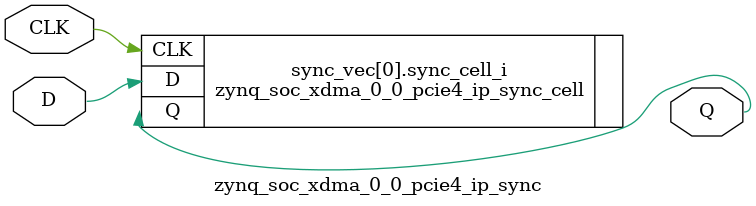
<source format=v>

`timescale 1ps / 1ps

(* DowngradeIPIdentifiedWarnings = "yes" *)
module zynq_soc_xdma_0_0_pcie4_ip_sync #
(
    parameter integer WIDTH = 1, 
    parameter integer STAGE = 3
)
(
    //-------------------------------------------------------------------------- 
    //  Input Ports
    //-------------------------------------------------------------------------- 
    input                               CLK,
    input       [WIDTH-1:0]             D,
    
    //-------------------------------------------------------------------------- 
    //  Output Ports
    //-------------------------------------------------------------------------- 
    output      [WIDTH-1:0]             Q
);                                                        



//--------------------------------------------------------------------------------------------------
//  Generate Synchronizer - Begin
//--------------------------------------------------------------------------------------------------
genvar i;

generate for (i=0; i<WIDTH; i=i+1) 

    begin : sync_vec

    //----------------------------------------------------------------------
    //  Synchronizer
    //----------------------------------------------------------------------
    zynq_soc_xdma_0_0_pcie4_ip_sync_cell #
    (
        .STAGE                          (STAGE)
    )    
    sync_cell_i
    (
        //------------------------------------------------------------------
        //  Input Ports
        //------------------------------------------------------------------
        .CLK                            (CLK),
        .D                              (D[i]),

        //------------------------------------------------------------------
        //  Output Ports
        //------------------------------------------------------------------
        .Q                              (Q[i])
    );
 
    end   
      
endgenerate 
//--------------------------------------------------------------------------------------------------
//  Generate - End
//--------------------------------------------------------------------------------------------------



endmodule

</source>
